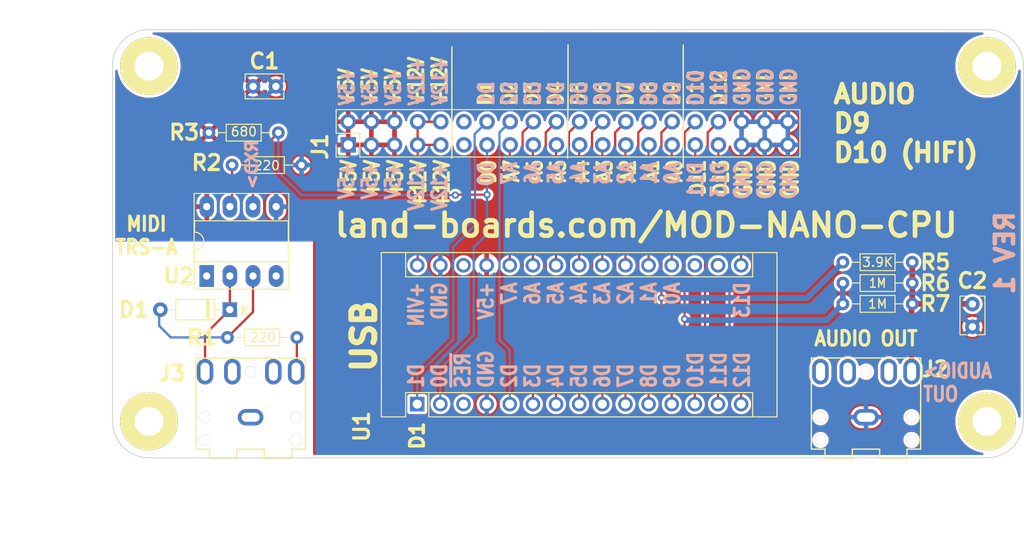
<source format=kicad_pcb>
(kicad_pcb (version 20211014) (generator pcbnew)
  (layers (0 "F.Cu" signal) (31 "B.Cu" signal) (34 "B.Paste" user) (35 "F.Paste" user) (36 "B.SilkS" user "B.Silkscreen") (37 "F.SilkS" user "F.Silkscreen") (38 "B.Mask" user) (39 "F.Mask" user) (44 "Edge.Cuts" user))
  (net 0 "")
  (net 1 "GND")
  (net 2 "/D2")
  (net 3 "/D3")
  (net 4 "/D4")
  (net 5 "/D5")
  (net 6 "/D6")
  (net 7 "/D7")
  (net 8 "/D8")
  (net 9 "/D9")
  (net 10 "/D10")
  (net 11 "/D11")
  (net 12 "/D12")
  (net 13 "/D13")
  (net 14 "Net-(C2-Pad1)")
  (net 16 "/A0")
  (net 17 "/A1")
  (net 18 "/A2")
  (net 19 "/A3")
  (net 20 "/A4")
  (net 21 "/A5")
  (net 22 "/A6")
  (net 23 "/A7")
  (net 27 "+5V")
  (net 30 "/D1")
  (net 31 "/D0")
  (net 32 "Net-(R1-Pad1)")
  (net 33 "+12V")
  (net 34 "Net-(R2-Pad1)")
  (net 39 "/MIDI_PIN4")
  (net 40 "/MIDI_PIN5")
  (footprint "LandBoards_MountHoles:MTG-4-40" (layer "F.Cu") (at 94 83)
    (fp_text reference "MTG1" hide)
    (fp_text value "MountingHole" hide)
    (pad "1" thru_hole circle locked (at 0 0) (size 6.35 6.35) (drill 3.175) (layers *.Cu *.Mask "F.SilkS"))
  )
  (footprint "Capacitor_THT:C_Rect_L4.0mm_W2.5mm_P2.50mm" (layer "F.Cu") (at 184.404 70.12399 -90)
    (fp_text reference "C2" (at -2.55999 0 -180) (layer "F.SilkS") (effects (font (size 1.651 1.651) (thickness 0.34925))))
    (fp_text value "4.7nF")
    (fp_line (start -0.87 -1.37) (end 3.37 -1.37) (layer "F.SilkS") (width 0.12))
    (fp_line (start -0.87 1.37) (end 3.37 1.37) (layer "F.SilkS") (width 0.12))
    (fp_line (start 3.37 0.665) (end 3.37 1.37) (layer "F.SilkS") (width 0.12))
    (fp_line (start -0.87 0.665) (end -0.87 1.37) (layer "F.SilkS") (width 0.12))
    (fp_line (start -0.87 -1.37) (end -0.87 -0.665) (layer "F.SilkS") (width 0.12))
    (fp_line (start 3.37 -1.37) (end 3.37 -0.665) (layer "F.SilkS") (width 0.12))
    (pad "1" thru_hole circle (at 0 0 270) (size 1.6 1.6) (drill 0.8) (layers *.Cu *.Mask) (net 14 "Net-(C2-Pad1)"))
    (pad "2" thru_hole circle (at 2.5 0 270) (size 1.6 1.6) (drill 0.8) (layers *.Cu *.Mask) (net 1 "GND"))
  )
  (footprint "Resistor_THT:R_Axial_DIN0204_L3.6mm_D1.6mm_P7.62mm_Horizontal" (layer "F.Cu") (at 177.8 67.818 180)
    (fp_text reference "R6" (at -2.54 0) (layer "F.SilkS") (effects (font (size 1.651 1.651) (thickness 0.34925))))
    (fp_text value "1M" (at 3.81 0) (layer "F.SilkS") (effects (font (size 1 0.889))))
    (fp_line (start 0.94 0) (end 1.89 0) (layer "F.SilkS") (width 0.12))
    (fp_line (start 1.89 -0.92) (end 1.89 0.92) (layer "F.SilkS") (width 0.12))
    (fp_line (start 5.73 0.92) (end 5.73 -0.92) (layer "F.SilkS") (width 0.12))
    (fp_line (start 5.73 -0.92) (end 1.89 -0.92) (layer "F.SilkS") (width 0.12))
    (fp_line (start 1.89 0.92) (end 5.73 0.92) (layer "F.SilkS") (width 0.12))
    (fp_line (start 6.68 0) (end 5.73 0) (layer "F.SilkS") (width 0.12))
    (pad "1" thru_hole circle (at 0 0 180) (size 1.4 1.4) (drill 0.7) (layers *.Cu *.Mask) (net 14 "Net-(C2-Pad1)"))
    (pad "2" thru_hole oval (at 7.62 0 180) (size 1.4 1.4) (drill 0.7) (layers *.Cu *.Mask) (net 10 "/D10"))
  )
  (footprint "Module:Arduino_Nano" (layer "F.Cu") (at 123.449994 81.109998 90)
    (fp_text reference "U1" (at -2.456002 -6.101994 90) (layer "F.SilkS") (effects (font (size 1.651 1.651) (thickness 0.34925))))
    (fp_text value "Arduino_Nano_v2.x")
    (fp_line (start 1.27 1.27) (end -1.4 1.27) (layer "F.SilkS") (width 0.12))
    (fp_line (start 1.27 1.27) (end 1.27 -1.27) (layer "F.SilkS") (width 0.12))
    (fp_line (start -1.4 1.27) (end -1.4 39.5) (layer "F.SilkS") (width 0.12))
    (fp_line (start 13.97 -1.27) (end 13.97 36.83) (layer "F.SilkS") (width 0.12))
    (fp_line (start 13.97 36.83) (end 16.64 36.83) (layer "F.SilkS") (width 0.12))
    (fp_line (start 1.27 36.83) (end -1.4 36.83) (layer "F.SilkS") (width 0.12))
    (fp_line (start 13.97 -1.27) (end 16.64 -1.27) (layer "F.SilkS") (width 0.12))
    (fp_line (start 16.64 39.5) (end 16.64 -3.94) (layer "F.SilkS") (width 0.12))
    (fp_line (start 1.27 1.27) (end 1.27 36.83) (layer "F.SilkS") (width 0.12))
    (fp_line (start -1.4 39.5) (end 16.64 39.5) (layer "F.SilkS") (width 0.12))
    (fp_line (start -1.4 -3.94) (end -1.4 -1.27) (layer "F.SilkS") (width 0.12))
    (fp_line (start 1.27 -1.27) (end -1.4 -1.27) (layer "F.SilkS") (width 0.12))
    (fp_line (start 16.64 -3.94) (end -1.4 -3.94) (layer "F.SilkS") (width 0.12))
    (pad "1" thru_hole rect (at 0 0 90) (size 1.6 1.6) (drill 1) (layers *.Cu *.Mask) (net 30 "/D1"))
    (pad "2" thru_hole oval (at 0 2.54 90) (size 1.6 1.6) (drill 1) (layers *.Cu *.Mask) (net 31 "/D0"))
    (pad "3" thru_hole oval (at 0 5.08 90) (size 1.6 1.6) (drill 1) (layers *.Cu *.Mask))
    (pad "4" thru_hole oval (at 0 7.62 90) (size 1.6 1.6) (drill 1) (layers *.Cu *.Mask) (net 1 "GND"))
    (pad "5" thru_hole oval (at 0 10.16 90) (size 1.6 1.6) (drill 1) (layers *.Cu *.Mask) (net 2 "/D2"))
    (pad "6" thru_hole oval (at 0 12.7 90) (size 1.6 1.6) (drill 1) (layers *.Cu *.Mask) (net 3 "/D3"))
    (pad "7" thru_hole oval (at 0 15.24 90) (size 1.6 1.6) (drill 1) (layers *.Cu *.Mask) (net 4 "/D4"))
    (pad "8" thru_hole oval (at 0 17.78 90) (size 1.6 1.6) (drill 1) (layers *.Cu *.Mask) (net 5 "/D5"))
    (pad "9" thru_hole oval (at 0 20.32 90) (size 1.6 1.6) (drill 1) (layers *.Cu *.Mask) (net 6 "/D6"))
    (pad "10" thru_hole oval (at 0 22.86 90) (size 1.6 1.6) (drill 1) (layers *.Cu *.Mask) (net 7 "/D7"))
    (pad "11" thru_hole oval (at 0 25.4 90) (size 1.6 1.6) (drill 1) (layers *.Cu *.Mask) (net 8 "/D8"))
    (pad "12" thru_hole oval (at 0 27.94 90) (size 1.6 1.6) (drill 1) (layers *.Cu *.Mask) (net 9 "/D9"))
    (pad "13" thru_hole oval (at 0 30.48 90) (size 1.6 1.6) (drill 1) (layers *.Cu *.Mask) (net 10 "/D10"))
    (pad "14" thru_hole oval (at 0 33.02 90) (size 1.6 1.6) (drill 1) (layers *.Cu *.Mask) (net 11 "/D11"))
    (pad "15" thru_hole oval (at 0 35.56 90) (size 1.6 1.6) (drill 1) (layers *.Cu *.Mask) (net 12 "/D12"))
    (pad "16" thru_hole oval (at 15.24 35.56 90) (size 1.6 1.6) (drill 1) (layers *.Cu *.Mask) (net 13 "/D13"))
    (pad "17" thru_hole oval (at 15.24 33.02 90) (size 1.6 1.6) (drill 1) (layers *.Cu *.Mask))
    (pad "18" thru_hole oval (at 15.24 30.48 90) (size 1.6 1.6) (drill 1) (layers *.Cu *.Mask))
    (pad "19" thru_hole oval (at 15.24 27.94 90) (size 1.6 1.6) (drill 1) (layers *.Cu *.Mask) (net 16 "/A0"))
    (pad "20" thru_hole oval (at 15.24 25.4 90) (size 1.6 1.6) (drill 1) (layers *.Cu *.Mask) (net 17 "/A1"))
    (pad "21" thru_hole oval (at 15.24 22.86 90) (size 1.6 1.6) (drill 1) (layers *.Cu *.Mask) (net 18 "/A2"))
    (pad "22" thru_hole oval (at 15.24 20.32 90) (size 1.6 1.6) (drill 1) (layers *.Cu *.Mask) (net 19 "/A3"))
    (pad "23" thru_hole oval (at 15.24 17.78 90) (size 1.6 1.6) (drill 1) (layers *.Cu *.Mask) (net 20 "/A4"))
    (pad "24" thru_hole oval (at 15.24 15.24 90) (size 1.6 1.6) (drill 1) (layers *.Cu *.Mask) (net 21 "/A5"))
    (pad "25" thru_hole oval (at 15.24 12.7 90) (size 1.6 1.6) (drill 1) (layers *.Cu *.Mask) (net 22 "/A6"))
    (pad "26" thru_hole oval (at 15.24 10.16 90) (size 1.6 1.6) (drill 1) (layers *.Cu *.Mask) (net 23 "/A7"))
    (pad "27" thru_hole oval (at 15.24 7.62 90) (size 1.6 1.6) (drill 1) (layers *.Cu *.Mask) (net 27 "+5V"))
    (pad "28" thru_hole oval (at 15.24 5.08 90) (size 1.6 1.6) (drill 1) (layers *.Cu *.Mask))
    (pad "29" thru_hole oval (at 15.24 2.54 90) (size 1.6 1.6) (drill 1) (layers *.Cu *.Mask) (net 1 "GND"))
    (pad "30" thru_hole oval (at 15.24 0 90) (size 1.6 1.6) (drill 1) (layers *.Cu *.Mask) (net 33 "+12V"))
  )
  (footprint "Resistor_THT:R_Axial_DIN0204_L3.6mm_D1.6mm_P7.62mm_Horizontal" (layer "F.Cu") (at 102.616 73.787)
    (fp_text reference "R1" (at -2.794 0 180) (layer "F.SilkS") (effects (font (size 1.651 1.651) (thickness 0.34925))))
    (fp_text value "220" (at 3.8862 0) (layer "F.SilkS"))
    (fp_line (start 6.68 0) (end 5.73 0) (layer "F.SilkS") (width 0.12))
    (fp_line (start 5.73 0.92) (end 5.73 -0.92) (layer "F.SilkS") (width 0.12))
    (fp_line (start 1.89 -0.92) (end 1.89 0.92) (layer "F.SilkS") (width 0.12))
    (fp_line (start 5.73 -0.92) (end 1.89 -0.92) (layer "F.SilkS") (width 0.12))
    (fp_line (start 0.94 0) (end 1.89 0) (layer "F.SilkS") (width 0.12))
    (fp_line (start 1.89 0.92) (end 5.73 0.92) (layer "F.SilkS") (width 0.12))
    (pad "1" thru_hole circle (at 0 0) (size 1.4 1.4) (drill 0.7) (layers *.Cu *.Mask) (net 32 "Net-(R1-Pad1)"))
    (pad "2" thru_hole oval (at 7.62 0) (size 1.4 1.4) (drill 0.7) (layers *.Cu *.Mask) (net 40 "/MIDI_PIN5"))
  )
  (footprint "LandBoards_MountHoles:MTG-4-40" (layer "F.Cu") (at 94 44)
    (fp_text reference "MTG3" hide)
    (fp_text value "MountingHole" hide)
    (pad "1" thru_hole circle locked (at 0 0) (size 6.35 6.35) (drill 3.175) (layers *.Cu *.Mask "F.SilkS"))
  )
  (footprint "Diode_THT:D_DO-35_SOD27_P7.62mm_Horizontal" (layer "F.Cu") (at 102.87 70.739 180)
    (fp_text reference "D1" (at 10.541 0) (layer "F.SilkS") (effects (font (size 1.651 1.651) (thickness 0.34925))))
    (fp_text value "1N914")
    (fp_text user "K" (at -1.651 -0.127) (layer "F.SilkS"))
    (fp_line (start 5.93 1.12) (end 5.93 -1.12) (layer "F.SilkS") (width 0.12))
    (fp_line (start 1.04 0) (end 1.69 0) (layer "F.SilkS") (width 0.12))
    (fp_line (start 1.69 -1.12) (end 1.69 1.12) (layer "F.SilkS") (width 0.12))
    (fp_line (start 5.93 -1.12) (end 1.69 -1.12) (layer "F.SilkS") (width 0.12))
    (fp_line (start 2.53 -1.12) (end 2.53 1.12) (layer "F.SilkS") (width 0.12))
    (fp_line (start 6.58 0) (end 5.93 0) (layer "F.SilkS") (width 0.12))
    (fp_line (start 2.29 -1.12) (end 2.29 1.12) (layer "F.SilkS") (width 0.12))
    (fp_line (start 2.41 -1.12) (end 2.41 1.12) (layer "F.SilkS") (width 0.12))
    (fp_line (start 1.69 1.12) (end 5.93 1.12) (layer "F.SilkS") (width 0.12))
    (pad "1" thru_hole rect (at 0 0 180) (size 1.6 1.6) (drill 0.8) (layers *.Cu *.Mask) (net 39 "/MIDI_PIN4"))
    (pad "2" thru_hole oval (at 7.62 0 180) (size 1.6 1.6) (drill 0.8) (layers *.Cu *.Mask) (net 32 "Net-(R1-Pad1)"))
  )
  (footprint "Connector_PinHeader_2.54mm:PinHeader_2x20_P2.54mm_Vertical" (layer "F.Cu") (at 115.875 52.65 90)
    (fp_text reference "J1" (at -0.182 -3.099 90) (layer "F.SilkS") (effects (font (size 1.651 1.651) (thickness 0.34925))))
    (fp_text value "Conn_02x20_Odd_Even")
    (fp_line (start -1.33 -1.33) (end 0 -1.33) (layer "F.SilkS") (width 0.12))
    (fp_line (start -1.33 49.59) (end 3.87 49.59) (layer "F.SilkS") (width 0.12))
    (fp_line (start -1.33 0) (end -1.33 -1.33) (layer "F.SilkS") (width 0.12))
    (fp_line (start 1.27 -1.33) (end 3.87 -1.33) (layer "F.SilkS") (width 0.12))
    (fp_line (start -1.33 1.27) (end 1.27 1.27) (layer "F.SilkS") (width 0.12))
    (fp_line (start 1.27 1.27) (end 1.27 -1.33) (layer "F.SilkS") (width 0.12))
    (fp_line (start -1.33 1.27) (end -1.33 49.59) (layer "F.SilkS") (width 0.12))
    (fp_line (start 3.87 -1.33) (end 3.87 49.59) (layer "F.SilkS") (width 0.12))
    (pad "1" thru_hole rect (at 0 0 90) (size 1.7 1.7) (drill 1) (layers *.Cu *.Mask) (net 27 "+5V"))
    (pad "2" thru_hole oval (at 2.54 0 90) (size 1.7 1.7) (drill 1) (layers *.Cu *.Mask) (net 27 "+5V"))
    (pad "3" thru_hole oval (at 0 2.54 90) (size 1.7 1.7) (drill 1) (layers *.Cu *.Mask) (net 27 "+5V"))
    (pad "4" thru_hole oval (at 2.54 2.54 90) (size 1.7 1.7) (drill 1) (layers *.Cu *.Mask) (net 27 "+5V"))
    (pad "5" thru_hole oval (at 0 5.08 90) (size 1.7 1.7) (drill 1) (layers *.Cu *.Mask) (net 27 "+5V"))
    (pad "6" thru_hole oval (at 2.54 5.08 90) (size 1.7 1.7) (drill 1) (layers *.Cu *.Mask) (net 27 "+5V"))
    (pad "7" thru_hole oval (at 0 7.62 90) (size 1.7 1.7) (drill 1) (layers *.Cu *.Mask) (net 33 "+12V"))
    (pad "8" thru_hole oval (at 2.54 7.62 90) (size 1.7 1.7) (drill 1) (layers *.Cu *.Mask) (net 33 "+12V"))
    (pad "9" thru_hole oval (at 0 10.16 90) (size 1.7 1.7) (drill 1) (layers *.Cu *.Mask) (net 33 "+12V"))
    (pad "10" thru_hole oval (at 2.54 10.16 90) (size 1.7 1.7) (drill 1) (layers *.Cu *.Mask) (net 33 "+12V"))
    (pad "11" thru_hole oval (at 0 12.7 90) (size 1.7 1.7) (drill 1) (layers *.Cu *.Mask))
    (pad "12" thru_hole oval (at 2.54 12.7 90) (size 1.7 1.7) (drill 1) (layers *.Cu *.Mask))
    (pad "13" thru_hole oval (at 0 15.24 90) (size 1.7 1.7) (drill 1) (layers *.Cu *.Mask) (net 31 "/D0"))
    (pad "14" thru_hole oval (at 2.54 15.24 90) (size 1.7 1.7) (drill 1) (layers *.Cu *.Mask) (net 30 "/D1"))
    (pad "15" thru_hole oval (at 0 17.78 90) (size 1.7 1.7) (drill 1) (layers *.Cu *.Mask) (net 23 "/A7"))
    (pad "16" thru_hole oval (at 2.54 17.78 90) (size 1.7 1.7) (drill 1) (layers *.Cu *.Mask) (net 2 "/D2"))
    (pad "17" thru_hole oval (at 0 20.32 90) (size 1.7 1.7) (drill 1) (layers *.Cu *.Mask) (net 22 "/A6"))
    (pad "18" thru_hole oval (at 2.54 20.32 90) (size 1.7 1.7) (drill 1) (layers *.Cu *.Mask) (net 3 "/D3"))
    (pad "19" thru_hole oval (at 0 22.86 90) (size 1.7 1.7) (drill 1) (layers *.Cu *.Mask) (net 21 "/A5"))
    (pad "20" thru_hole oval (at 2.54 22.86 90) (size 1.7 1.7) (drill 1) (layers *.Cu *.Mask) (net 4 "/D4"))
    (pad "21" thru_hole oval (at 0 25.4 90) (size 1.7 1.7) (drill 1) (layers *.Cu *.Mask) (net 20 "/A4"))
    (pad "22" thru_hole oval (at 2.54 25.4 90) (size 1.7 1.7) (drill 1) (layers *.Cu *.Mask) (net 5 "/D5"))
    (pad "23" thru_hole oval (at 0 27.94 90) (size 1.7 1.7) (drill 1) (layers *.Cu *.Mask) (net 19 "/A3"))
    (pad "24" thru_hole oval (at 2.54 27.94 90) (size 1.7 1.7) (drill 1) (layers *.Cu *.Mask) (net 6 "/D6"))
    (pad "25" thru_hole oval (at 0 30.48 90) (size 1.7 1.7) (drill 1) (layers *.Cu *.Mask) (net 18 "/A2"))
    (pad "26" thru_hole oval (at 2.54 30.48 90) (size 1.7 1.7) (drill 1) (layers *.Cu *.Mask) (net 7 "/D7"))
    (pad "27" thru_hole oval (at 0 33.02 90) (size 1.7 1.7) (drill 1) (layers *.Cu *.Mask) (net 17 "/A1"))
    (pad "28" thru_hole oval (at 2.54 33.02 90) (size 1.7 1.7) (drill 1) (layers *.Cu *.Mask) (net 8 "/D8"))
    (pad "29" thru_hole oval (at 0 35.56 90) (size 1.7 1.7) (drill 1) (layers *.Cu *.Mask) (net 16 "/A0"))
    (pad "30" thru_hole oval (at 2.54 35.56 90) (size 1.7 1.7) (drill 1) (layers *.Cu *.Mask) (net 9 "/D9"))
    (pad "31" thru_hole oval (at 0 38.1 90) (size 1.7 1.7) (drill 1) (layers *.Cu *.Mask) (net 11 "/D11"))
    (pad "32" thru_hole oval (at 2.54 38.1 90) (size 1.7 1.7) (drill 1) (layers *.Cu *.Mask) (net 10 "/D10"))
    (pad "33" thru_hole oval (at 0 40.64 90) (size 1.7 1.7) (drill 1) (layers *.Cu *.Mask) (net 13 "/D13"))
    (pad "34" thru_hole oval (at 2.54 40.64 90) (size 1.7 1.7) (drill 1) (layers *.Cu *.Mask) (net 12 "/D12"))
    (pad "35" thru_hole oval (at 0 43.18 90) (size 1.7 1.7) (drill 1) (layers *.Cu *.Mask) (net 1 "GND"))
    (pad "36" thru_hole oval (at 2.54 43.18 90) (size 1.7 1.7) (drill 1) (layers *.Cu *.Mask) (net 1 "GND"))
    (pad "37" thru_hole oval (at 0 45.72 90) (size 1.7 1.7) (drill 1) (layers *.Cu *.Mask) (net 1 "GND"))
    (pad "38" thru_hole oval (at 2.54 45.72 90) (size 1.7 1.7) (drill 1) (layers *.Cu *.Mask) (net 1 "GND"))
    (pad "39" thru_hole oval (at 0 48.26 90) (size 1.7 1.7) (drill 1) (layers *.Cu *.Mask) (net 1 "GND"))
    (pad "40" thru_hole oval (at 2.54 48.26 90) (size 1.7 1.7) (drill 1) (layers *.Cu *.Mask) (net 1 "GND"))
  )
  (footprint "LandBoards_Conns:Jack_3.5mm_CUI_SJ1-3523N_Horizontal" (layer "F.Cu") (at 172.72 82.55 180)
    (fp_text reference "J2" (at -7.62 5.282) (layer "F.SilkS") (effects (font (size 1.651 1.651) (thickness 0.34925))))
    (fp_text value "AudioJack3" hide)
    (fp_line (start -6 6.5) (end 6 6.5) (layer "F.SilkS") (width 0.15))
    (fp_line (start -6 6.5) (end -6 -3.5) (layer "F.SilkS") (width 0.15))
    (fp_line (start 1.5 -4.5) (end 1.5 -3.5) (layer "F.SilkS") (width 0.15))
    (fp_line (start -4.5 -3.5) (end -4.5 -4.5) (layer "F.SilkS") (width 0.15))
    (fp_line (start 6 6.5) (end 6 -3.5) (layer "F.SilkS") (width 0.15))
    (fp_line (start -1.5 -3.5) (end 1.5 -3.5) (layer "F.SilkS") (width 0.15))
    (fp_line (start -4.5 -3.5) (end -6 -3.5) (layer "F.SilkS") (width 0.15))
    (fp_line (start 4.5 -3.5) (end 6 -3.5) (layer "F.SilkS") (width 0.15))
    (fp_line (start -4.5 -4.5) (end -1.5 -4.5) (layer "F.SilkS") (width 0.15))
    (fp_line (start 4.5 -4.5) (end 1.5 -4.5) (layer "F.SilkS") (width 0.15))
    (fp_line (start -1.5 -4.5) (end -1.5 -3.5) (layer "F.SilkS") (width 0.15))
    (fp_line (start 4.5 -3.5) (end 4.5 -4.5) (layer "F.SilkS") (width 0.15))
    (pad "90" thru_hole circle (at -5 0 180) (size 1.2 1.2) (drill 1.2) (layers *.Cu *.Mask))
    (pad "90" thru_hole circle (at -5 -2.5 180) (size 1.2 1.2) (drill 1.2) (layers *.Cu *.Mask))
    (pad "90" thru_hole circle (at 5 0 180) (size 1.2 1.2) (drill 1.2) (layers *.Cu *.Mask))
    (pad "90" thru_hole circle (at 0 5 180) (size 1.2 1.2) (drill 1.2) (layers *.Cu *.Mask))
    (pad "90" thru_hole circle (at 5 -2.5 180) (size 1.2 1.2) (drill 1.2) (layers *.Cu *.Mask))
    (pad "R" thru_hole oval (at 5 5 270) (size 2.8 1.8) (drill oval 2 1) (layers *.Cu *.Mask))
    (pad "RN" thru_hole oval (at 2 5 270) (size 2.8 1.8) (drill oval 2 1) (layers *.Cu *.Mask))
    (pad "S" thru_hole oval (at 0 0 180) (size 2.8 1.8) (drill oval 2 1) (layers *.Cu *.Mask) (net 1 "GND"))
    (pad "T" thru_hole oval (at -5 5 270) (size 2.8 1.8) (drill oval 2 1) (layers *.Cu *.Mask) (net 14 "Net-(C2-Pad1)"))
    (pad "TN" thru_hole oval (at -2.5 5 270) (size 2.8 1.8) (drill oval 2 1) (layers *.Cu *.Mask))
  )
  (footprint "LandBoards_Conns:Jack_3.5mm_CUI_SJ1-3523N_Horizontal" (layer "F.Cu") (at 105.156 82.55 180)
    (fp_text reference "J3" (at 8.636 4.826) (layer "F.SilkS") (effects (font (size 1.651 1.651) (thickness 0.34925))))
    (fp_text value "AudioJack3" hide)
    (fp_line (start 4.5 -3.5) (end 4.5 -4.5) (layer "F.SilkS") (width 0.15))
    (fp_line (start -4.5 -3.5) (end -4.5 -4.5) (layer "F.SilkS") (width 0.15))
    (fp_line (start -1.5 -3.5) (end 1.5 -3.5) (layer "F.SilkS") (width 0.15))
    (fp_line (start 4.5 -4.5) (end 1.5 -4.5) (layer "F.SilkS") (width 0.15))
    (fp_line (start 1.5 -4.5) (end 1.5 -3.5) (layer "F.SilkS") (width 0.15))
    (fp_line (start -6 6.5) (end -6 -3.5) (layer "F.SilkS") (width 0.15))
    (fp_line (start 4.5 -3.5) (end 6 -3.5) (layer "F.SilkS") (width 0.15))
    (fp_line (start -4.5 -3.5) (end -6 -3.5) (layer "F.SilkS") (width 0.15))
    (fp_line (start -4.5 -4.5) (end -1.5 -4.5) (layer "F.SilkS") (width 0.15))
    (fp_line (start -6 6.5) (end 6 6.5) (layer "F.SilkS") (width 0.15))
    (fp_line (start 6 6.5) (end 6 -3.5) (layer "F.SilkS") (width 0.15))
    (fp_line (start -1.5 -4.5) (end -1.5 -3.5) (layer "F.SilkS") (width 0.15))
    (pad "90" thru_hole circle (at 5 -2.5 180) (size 1.2 1.2) (drill 1.2) (layers *.Cu *.Mask))
    (pad "90" thru_hole circle (at 5 0 180) (size 1.2 1.2) (drill 1.2) (layers *.Cu *.Mask))
    (pad "90" thru_hole circle (at -5 -2.5 180) (size 1.2 1.2) (drill 1.2) (layers *.Cu *.Mask))
    (pad "90" thru_hole circle (at 0 5 180) (size 1.2 1.2) (drill 1.2) (layers *.Cu *.Mask))
    (pad "90" thru_hole circle (at -5 0 180) (size 1.2 1.2) (drill 1.2) (layers *.Cu *.Mask))
    (pad "R" thru_hole oval (at 5 5 270) (size 2.8 1.8) (drill oval 2 1) (layers *.Cu *.Mask) (net 39 "/MIDI_PIN4"))
    (pad "RN" thru_hole oval (at 2 5 270) (size 2.8 1.8) (drill oval 2 1) (layers *.Cu *.Mask))
    (pad "S" thru_hole oval (at 0 0 180) (size 2.8 1.8) (drill oval 2 1) (layers *.Cu *.Mask))
    (pad "T" thru_hole oval (at -5 5 270) (size 2.8 1.8) (drill oval 2 1) (layers *.Cu *.Mask) (net 40 "/MIDI_PIN5"))
    (pad "TN" thru_hole oval (at -2.5 5 270) (size 2.8 1.8) (drill oval 2 1) (layers *.Cu *.Mask))
  )
  (footprint "Resistor_THT:R_Axial_DIN0204_L3.6mm_D1.6mm_P7.62mm_Horizontal" (layer "F.Cu") (at 100.584 51.308)
    (fp_text reference "R3" (at -2.7178 -0.0254) (layer "F.SilkS") (effects (font (size 1.651 1.651) (thickness 0.34925))))
    (fp_text value "680" (at 3.8354 -0.1016) (layer "F.SilkS"))
    (fp_line (start 5.73 0.92) (end 5.73 -0.92) (layer "F.SilkS") (width 0.12))
    (fp_line (start 1.89 -0.92) (end 1.89 0.92) (layer "F.SilkS") (width 0.12))
    (fp_line (start 6.68 0) (end 5.73 0) (layer "F.SilkS") (width 0.12))
    (fp_line (start 0.94 0) (end 1.89 0) (layer "F.SilkS") (width 0.12))
    (fp_line (start 5.73 -0.92) (end 1.89 -0.92) (layer "F.SilkS") (width 0.12))
    (fp_line (start 1.89 0.92) (end 5.73 0.92) (layer "F.SilkS") (width 0.12))
    (pad "1" thru_hole circle (at 0 0) (size 1.4 1.4) (drill 0.7) (layers *.Cu *.Mask) (net 27 "+5V"))
    (pad "2" thru_hole oval (at 7.62 0) (size 1.4 1.4) (drill 0.7) (layers *.Cu *.Mask) (net 31 "/D0"))
  )
  (footprint "Resistor_THT:R_Axial_DIN0204_L3.6mm_D1.6mm_P7.62mm_Horizontal" (layer "F.Cu") (at 103.124 54.864)
    (fp_text reference "R2" (at -2.794 -0.254) (layer "F.SilkS") (effects (font (size 1.651 1.651) (thickness 0.34925))))
    (fp_text value "220" (at 3.81 0.0508) (layer "F.SilkS"))
    (fp_line (start 1.89 -0.92) (end 1.89 0.92) (layer "F.SilkS") (width 0.12))
    (fp_line (start 5.73 0.92) (end 5.73 -0.92) (layer "F.SilkS") (width 0.12))
    (fp_line (start 6.68 0) (end 5.73 0) (layer "F.SilkS") (width 0.12))
    (fp_line (start 1.89 0.92) (end 5.73 0.92) (layer "F.SilkS") (width 0.12))
    (fp_line (start 5.73 -0.92) (end 1.89 -0.92) (layer "F.SilkS") (width 0.12))
    (fp_line (start 0.94 0) (end 1.89 0) (layer "F.SilkS") (width 0.12))
    (pad "1" thru_hole circle (at 0 0) (size 1.4 1.4) (drill 0.7) (layers *.Cu *.Mask) (net 34 "Net-(R2-Pad1)"))
    (pad "2" thru_hole oval (at 7.62 0) (size 1.4 1.4) (drill 0.7) (layers *.Cu *.Mask) (net 1 "GND"))
  )
  (footprint "Resistor_THT:R_Axial_DIN0204_L3.6mm_D1.6mm_P7.62mm_Horizontal" (layer "F.Cu") (at 177.8 70.104 180)
    (fp_text reference "R7" (at -2.54 0) (layer "F.SilkS") (effects (font (size 1.651 1.651) (thickness 0.34925))))
    (fp_text value "1M" (at 3.81 0) (layer "F.SilkS"))
    (fp_line (start 6.68 0) (end 5.73 0) (layer "F.SilkS") (width 0.12))
    (fp_line (start 5.73 0.92) (end 5.73 -0.92) (layer "F.SilkS") (width 0.12))
    (fp_line (start 0.94 0) (end 1.89 0) (layer "F.SilkS") (width 0.12))
    (fp_line (start 1.89 0.92) (end 5.73 0.92) (layer "F.SilkS") (width 0.12))
    (fp_line (start 1.89 -0.92) (end 1.89 0.92) (layer "F.SilkS") (width 0.12))
    (fp_line (start 5.73 -0.92) (end 1.89 -0.92) (layer "F.SilkS") (width 0.12))
    (pad "1" thru_hole circle (at 0 0 180) (size 1.4 1.4) (drill 0.7) (layers *.Cu *.Mask) (net 14 "Net-(C2-Pad1)"))
    (pad "2" thru_hole oval (at 7.62 0 180) (size 1.4 1.4) (drill 0.7) (layers *.Cu *.Mask) (net 10 "/D10"))
  )
  (footprint "Capacitor_THT:C_Rect_L4.0mm_W2.5mm_P2.50mm" (layer "F.Cu") (at 105.43 46.228)
    (fp_text reference "C1" (at 1.2446 -2.7686) (layer "F.SilkS") (effects (font (size 1.651 1.651) (thickness 0.34925))))
    (fp_text value "0.1uF")
    (fp_line (start 3.37 0.665) (end 3.37 1.37) (layer "F.SilkS") (width 0.12))
    (fp_line (start -0.87 0.665) (end -0.87 1.37) (layer "F.SilkS") (width 0.12))
    (fp_line (start -0.87 -1.37) (end -0.87 -0.665) (layer "F.SilkS") (width 0.12))
    (fp_line (start 3.37 -1.37) (end 3.37 -0.665) (layer "F.SilkS") (width 0.12))
    (fp_line (start -0.87 1.37) (end 3.37 1.37) (layer "F.SilkS") (width 0.12))
    (fp_line (start -0.87 -1.37) (end 3.37 -1.37) (layer "F.SilkS") (width 0.12))
    (pad "1" thru_hole circle (at 0 0) (size 1.6 1.6) (drill 0.8) (layers *.Cu *.Mask) (net 27 "+5V"))
    (pad "2" thru_hole circle (at 2.5 0) (size 1.6 1.6) (drill 0.8) (layers *.Cu *.Mask) (net 1 "GND"))
  )
  (footprint "Package_DIP:DIP-8_W7.62mm_Socket_LongPads" (layer "F.Cu") (at 100.34 67.046 90)
    (fp_text reference "U2" (at -0.01 -3.058) (layer "F.SilkS") (effects (font (size 1.651 1.651) (thickness 0.34925))))
    (fp_text value "6N138")
    (fp_line (start -1.44 9.01) (end 9.06 9.01) (layer "F.SilkS") (width 0.12))
    (fp_line (start -1.44 -1.39) (end -1.44 9.01) (layer "F.SilkS") (width 0.12))
    (fp_line (start 6.06 -1.33) (end 4.81 -1.33) (layer "F.SilkS") (width 0.12))
    (fp_line (start 2.81 -1.33) (end 1.56 -1.33) (layer "F.SilkS") (width 0.12))
    (fp_line (start 6.06 8.95) (end 6.06 -1.33) (layer "F.SilkS") (width 0.12))
    (fp_line (start 9.06 9.01) (end 9.06 -1.39) (layer "F.SilkS") (width 0.12))
    (fp_line (start 1.56 8.95) (end 6.06 8.95) (layer "F.SilkS") (width 0.12))
    (fp_line (start 9.06 -1.39) (end -1.44 -1.39) (layer "F.SilkS") (width 0.12))
    (fp_line (start 1.56 -1.33) (end 1.56 8.95) (layer "F.SilkS") (width 0.12))
    (fp_arc (start 4.81 -1.33) (mid 3.81 -0.33) (end 2.81 -1.33) (layer "F.SilkS") (width 0.12))
    (pad "1" thru_hole rect (at 0 0 90) (size 2.4 1.6) (drill 0.8) (layers *.Cu *.Mask))
    (pad "2" thru_hole oval (at 0 2.54 90) (size 2.4 1.6) (drill 0.8) (layers *.Cu *.Mask) (net 39 "/MIDI_PIN4"))
    (pad "3" thru_hole oval (at 0 5.08 90) (size 2.4 1.6) (drill 0.8) (layers *.Cu *.Mask) (net 32 "Net-(R1-Pad1)"))
    (pad "4" thru_hole oval (at 0 7.62 90) (size 2.4 1.6) (drill 0.8) (layers *.Cu *.Mask))
    (pad "5" thru_hole oval (at 7.62 7.62 90) (size 2.4 1.6) (drill 0.8) (layers *.Cu *.Mask) (net 1 "GND"))
    (pad "6" thru_hole oval (at 7.62 5.08 90) (size 2.4 1.6) (drill 0.8) (layers *.Cu *.Mask) (net 31 "/D0"))
    (pad "7" thru_hole oval (at 7.62 2.54 90) (size 2.4 1.6) (drill 0.8) (layers *.Cu *.Mask) (net 34 "Net-(R2-Pad1)"))
    (pad "8" thru_hole oval (at 7.62 0 90) (size 2.4 1.6) (drill 0.8) (layers *.Cu *.Mask) (net 27 "+5V"))
  )
  (footprint "LandBoards_MountHoles:MTG-4-40" (layer "F.Cu") (at 186 83)
    (fp_text reference "MTG2" hide)
    (fp_text value "MountingHole" hide)
    (pad "1" thru_hole circle locked (at 0 0) (size 6.35 6.35) (drill 3.175) (layers *.Cu *.Mask "F.SilkS"))
  )
  (footprint "LandBoards_MountHoles:MTG-4-40" (layer "F.Cu") (at 186 44)
    (fp_text reference "MTG4" hide)
    (fp_text value "MountingHole" hide)
    (pad "1" thru_hole circle locked (at 0 0) (size 6.35 6.35) (drill 3.175) (layers *.Cu *.Mask "F.SilkS"))
  )
  (footprint "Resistor_THT:R_Axial_DIN0204_L3.6mm_D1.6mm_P7.62mm_Horizontal" (layer "F.Cu") (at 177.8 65.532 180)
    (fp_text reference "R5" (at -2.54 0) (layer "F.SilkS") (effects (font (size 1.651 1.651) (thickness 0.34925))))
    (fp_text value "3.9K" (at 3.81 0) (layer "F.SilkS"))
    (fp_line (start 6.68 0) (end 5.73 0) (layer "F.SilkS") (width 0.12))
    (fp_line (start 0.94 0) (end 1.89 0) (layer "F.SilkS") (width 0.12))
    (fp_line (start 5.73 -0.92) (end 1.89 -0.92) (layer "F.SilkS") (width 0.12))
    (fp_line (start 1.89 -0.92) (end 1.89 0.92) (layer "F.SilkS") (width 0.12))
    (fp_line (start 5.73 0.92) (end 5.73 -0.92) (layer "F.SilkS") (width 0.12))
    (fp_line (start 1.89 0.92) (end 5.73 0.92) (layer "F.SilkS") (width 0.12))
    (pad "1" thru_hole circle (at 0 0 180) (size 1.4 1.4) (drill 0.7) (layers *.Cu *.Mask) (net 14 "Net-(C2-Pad1)"))
    (pad "2" thru_hole oval (at 7.62 0 180) (size 1.4 1.4) (drill 0.7) (layers *.Cu *.Mask) (net 9 "/D9"))
  )
  (gr_line (start 127.254 46.99) (end 127.254 41.8846) (layer "F.SilkS") (width 0.15))
  (gr_line (start 127.254 54.102) (end 127.254 46.99) (layer "F.SilkS") (width 0.15))
  (gr_line (start 139.954 54.102) (end 140.005 47.244) (layer "F.SilkS") (width 0.15))
  (gr_line (start 152.654 48.7934) (end 152.654 41.6814) (layer "F.SilkS") (width 0.15))
  (gr_line (start 140.005 48.78) (end 140.0048 41.6814) (layer "F.SilkS") (width 0.15))
  (gr_line (start 152.654 55.118) (end 152.654 47.244) (layer "F.SilkS") (width 0.15))
  (gr_line (start 90 83) (end 90 44) (layer "Edge.Cuts") (width 0.1))
  (gr_line (start 94 40) (end 186 40) (layer "Edge.Cuts") (width 0.1))
  (gr_line (start 190 44) (end 190 83) (layer "Edge.Cuts") (width 0.1))
  (gr_arc (start 190 83) (mid 188.828427 85.828427) (end 186 87) (layer "Edge.Cuts") (width 0.1))
  (gr_line (start 186 87) (end 94 87) (layer "Edge.Cuts") (width 0.1))
  (gr_arc (start 94 87) (mid 91.171573 85.828427) (end 90 83) (layer "Edge.Cuts") (width 0.1))
  (gr_arc (start 186 40) (mid 188.828427 41.171573) (end 190 44) (layer "Edge.Cuts") (width 0.1))
  (gr_arc (start 90 44) (mid 91.171573 41.171573) (end 94 40) (layer "Edge.Cuts") (width 0.1))
  (gr_text "+VIN\nGND\n\n+5V\nA7\nA6\nA5\nA4\nA3\nA2\nA1\nA0\n\n\nD13" (at 141.224 67.564 90) (layer "B.SilkS") (effects (font (size 1.5875 1.3208) (thickness 0.3302)) (justify left mirror)))
  (gr_text "+5V\n+5V\n+5V\n+12V\n+12V\n\nD0\nA7\nA6\nA5\nA4\nA3\nA2\nA1\nA0\nD11\nD13\nGND\nGND\nGND" (at 139.954 54.356 90) (layer "B.SilkS") (effects (font (size 1.5875 1.3208) (thickness 0.3302)) (justify left mirror)))
  (gr_text "RXD>" (at 105.283 51.943 90) (layer "B.SilkS") (effects (font (size 1.27 1.27) (thickness 0.3175)) (justify left mirror)))
  (gr_text "REV 1" (at 187.96 64.516 90) (layer "B.SilkS") (effects (font (size 2 2) (thickness 0.5)) (justify mirror)))
  (gr_text "D1\nD0\n~{RES}\nGND\nD2\nD3\nD4\nD5\nD6\nD7\nD8\nD9\nD10\nD11\nD12" (at 141.224 79.502 90) (layer "B.SilkS") (effects (font (size 1.5875 1.3208) (thickness 0.3302)) (justify right mirror)))
  (gr_text "+5V\n+5V\n+5V\n+12V\n+12V\n\nD1\nD2\nD3\nD4\nD5\nD6\nD7\nD8\nD9\nD10\nD12\nGND\nGND\nGND" (at 140.005 48.514 90) (layer "B.SilkS") (effects (font (size 1.5875 1.3208) (thickness 0.3302)) (justify right mirror)))
  (gr_text "AUDIO>\nOUT" (at 178.816 78.74) (layer "B.SilkS") (effects (font (size 1.5875 1.3208) (thickness 0.3302)) (justify right mirror)))
  (gr_text "AUDIO OUT" (at 172.72 73.914) (layer "F.SilkS") (effects (font (size 1.5875 1.397) (thickness 0.3429))))
  (gr_text "+5V\n+5V\n+5V\n+12V\n+12V\n\nD1\nD2\nD3\nD4\nD5\nD6\nD7\nD8\nD9\nD10\nD12\nGND\nGND\nGND" (at 139.954 48.514 90) (layer "F.SilkS") (effects (font (size 1.5875 1.3208) (thickness 0.3302)) (justify left)))
  (gr_text "AUDIO\nD9\nD10 (HIFI)" (at 168.91 50.292) (layer "F.SilkS") (effects (font (size 2 2) (thickness 0.5)) (justify left)))
  (gr_text "D1" (at 123.444 84.582 90) (layer "F.SilkS") (effects (font (size 1.5 1.5) (thickness 0.375))))
  (gr_text "USB" (at 117.602 73.66 90) (layer "F.SilkS") (effects (font (size 2.54 2.54) (thickness 0.635))))
  (gr_text "MIDI\nTRS-A" (at 93.726 62.611) (layer "F.SilkS") (effects (font (size 1.5875 1.397) (thickness 0.3429))))
  (gr_text "+5V\n+5V\n+5V\n+12V\n+12V\n\nD0\nA7\nA6\nA5\nA4\nA3\nA2\nA1\nA0\nD11\nD13\nGND\nGND\nGND" (at 140.208 54.102 90) (layer "F.SilkS") (effects (font (size 1.5875 1.3208) (thickness 0.3302)) (justify right)))
  (gr_text "land-boards.com/MOD-NANO-CPU" (at 148.59 61.468) (layer "F.SilkS") (effects (font (size 2.54 2.54) (thickness 0.508))))
  (segment (start 132.480489 74.060489) (end 132.480489 51.284511) (width 0.25) (layer "B.Cu") (net 2))
  (segment (start 133.61 81.11) (end 133.61 75.19) (width 0.25) (layer "B.Cu") (net 2))
  (segment (start 133.61 75.19) (end 132.480489 74.060489) (width 0.25) (layer "B.Cu") (net 2))
  (segment (start 132.480489 51.284511) (end 133.655 50.11) (width 0.25) (layer "B.Cu") (net 2))
  (segment (start 136.15 81.11) (end 136.15 75.141022) (width 0.25) (layer "F.Cu") (net 3))
  (segment (start 135.020489 51.284511) (end 136.195 50.11) (width 0.25) (layer "F.Cu") (net 3))
  (segment (start 136.15 75.141022) (end 135.025489 74.016511) (width 0.25) (layer "F.Cu") (net 3))
  (segment (start 135.020489 54.486481) (end 135.020489 51.284511) (width 0.25) (layer "F.Cu") (net 3))
  (segment (start 135.025489 54.491481) (end 135.020489 54.486481) (width 0.25) (layer "F.Cu") (net 3))
  (segment (start 135.025489 74.016511) (end 135.025489 54.491481) (width 0.25) (layer "F.Cu") (net 3))
  (segment (start 138.69 75.141022) (end 137.565489 74.016511) (width 0.25) (layer "F.Cu") (net 4))
  (segment (start 137.560489 51.284511) (end 138.735 50.11) (width 0.25) (layer "F.Cu") (net 4))
  (segment (start 137.565489 53.934511) (end 137.560489 53.929511) (width 0.25) (layer "F.Cu") (net 4))
  (segment (start 138.69 81.11) (end 138.69 75.141022) (width 0.25) (layer "F.Cu") (net 4))
  (segment (start 137.560489 53.929511) (end 137.560489 51.284511) (width 0.25) (layer "F.Cu") (net 4))
  (segment (start 137.565489 74.016511) (end 137.565489 53.934511) (width 0.25) (layer "F.Cu") (net 4))
  (segment (start 140.105489 74.016511) (end 140.105489 54.674991) (width 0.25) (layer "F.Cu") (net 5))
  (segment (start 140.100489 51.284511) (end 141.275 50.11) (width 0.25) (layer "F.Cu") (net 5))
  (segment (start 140.100489 54.669991) (end 140.100489 51.284511) (width 0.25) (layer "F.Cu") (net 5))
  (segment (start 141.23 75.141022) (end 140.105489 74.016511) (width 0.25) (layer "F.Cu") (net 5))
  (segment (start 141.23 81.11) (end 141.23 75.141022) (width 0.25) (layer "F.Cu") (net 5))
  (segment (start 140.105489 54.674991) (end 140.100489 54.669991) (width 0.25) (layer "F.Cu") (net 5))
  (segment (start 142.640489 74.060489) (end 142.640489 51.284511) (width 0.25) (layer "F.Cu") (net 6))
  (segment (start 142.640489 51.284511) (end 143.815 50.11) (width 0.25) (layer "F.Cu") (net 6))
  (segment (start 143.77 81.11) (end 143.77 75.19) (width 0.25) (layer "F.Cu") (net 6))
  (segment (start 143.77 75.19) (end 142.640489 74.060489) (width 0.25) (layer "F.Cu") (net 6))
  (segment (start 145.180489 51.284511) (end 146.355 50.11) (width 0.25) (layer "F.Cu") (net 7))
  (segment (start 145.185489 74.065489) (end 145.185489 53.814511) (width 0.25) (layer "F.Cu") (net 7))
  (segment (start 146.31 81.11) (end 146.31 75.19) (width 0.25) (layer "F.Cu") (net 7))
  (segment (start 145.180489 53.809511) (end 145.180489 51.284511) (width 0.25) (layer "F.Cu") (net 7))
  (segment (start 146.31 75.19) (end 145.185489 74.065489) (width 0.25) (layer "F.Cu") (net 7))
  (segment (start 145.185489 53.814511) (end 145.180489 53.809511) (width 0.25) (layer "F.Cu") (net 7))
  (segment (start 148.85 75.151022) (end 147.720489 74.021511) (width 0.25) (layer "F.Cu") (net 8))
  (segment (start 147.720489 51.284511) (end 148.895 50.11) (width 0.25) (layer "F.Cu") (net 8))
  (segment (start 148.85 81.11) (end 148.85 75.151022) (width 0.25) (layer "F.Cu") (net 8))
  (segment (start 147.720489 74.021511) (end 147.720489 51.284511) (width 0.25) (layer "F.Cu") (net 8))
  (segment (start 150.260489 51.284511) (end 151.435 50.11) (width 0.25) (layer "F.Cu") (net 9))
  (segment (start 151.39 75.151022) (end 150.260489 74.021511) (width 0.25) (layer "F.Cu") (net 9))
  (segment (start 150.260489 69.449511) (end 150.260489 51.284511) (width 0.25) (layer "F.Cu") (net 9))
  (segment (start 150.260489 74.021511) (end 150.260489 69.449511) (width 0.25) (layer "F.Cu") (net 9))
  (segment (start 151.39 81.11) (end 151.39 75.151022) (width 0.25) (layer "F.Cu") (net 9))
  (via (at 150.260489 69.449511) (size 0.8) (drill 0.4) (layers "F.Cu" "B.Cu") (net 9))
  (segment (start 166.262482 69.449518) (end 170.18 65.532) (width 0.635) (layer "B.Cu") (net 9))
  (segment (start 150.260482 69.449518) (end 166.262482 69.449518) (width 0.635) (layer "B.Cu") (net 9))
  (segment (start 153.93 75.19) (end 152.800489 74.060489) (width 0.25) (layer "F.Cu") (net 10))
  (segment (start 152.800489 51.284511) (end 153.975 50.11) (width 0.25) (layer "F.Cu") (net 10))
  (segment (start 153.93 81.11) (end 153.93 75.19) (width 0.25) (layer "F.Cu") (net 10))
  (segment (start 152.800489 71.774489) (end 152.800489 51.284511) (width 0.25) (layer "F.Cu") (net 10))
  (segment (start 152.800489 74.060489) (end 152.800489 71.774489) (width 0.25) (layer "F.Cu") (net 10))
  (via (at 152.800489 71.774489) (size 0.8) (drill 0.4) (layers "F.Cu" "B.Cu") (net 10))
  (segment (start 168.402 71.882) (end 152.908 71.882) (width 0.635) (layer "B.Cu") (net 10))
  (segment (start 170.18 70.104) (end 168.402 71.882) (width 0.635) (layer "B.Cu") (net 10))
  (segment (start 170.18 67.818) (end 170.18 70.104) (width 0.635) (layer "B.Cu") (net 10))
  (segment (start 152.908 71.882) (end 152.800489 71.774489) (width 0.25) (layer "B.Cu") (net 10))
  (segment (start 156.47 75.444) (end 155.054511 74.028511) (width 0.25) (layer "F.Cu") (net 11))
  (segment (start 153.975 52.65) (end 153.975 62.305978) (width 0.25) (layer "F.Cu") (net 11))
  (segment (start 156.47 81.11) (end 156.47 75.444) (width 0.25) (layer "F.Cu") (net 11))
  (segment (start 155.054511 63.385489) (end 155.054511 74.028511) (width 0.25) (layer "F.Cu") (net 11))
  (segment (start 153.975 62.305978) (end 155.054511 63.385489) (width 0.25) (layer "F.Cu") (net 11))
  (segment (start 155.340489 61.106489) (end 157.734 63.5) (width 0.25) (layer "F.Cu") (net 12))
  (segment (start 159.01 81.11) (end 159.01 75.444) (width 0.25) (layer "F.Cu") (net 12))
  (segment (start 159.01 75.444) (end 157.734 74.168) (width 0.25) (layer "F.Cu") (net 12))
  (segment (start 155.340489 51.284511) (end 155.340489 61.106489) (width 0.25) (layer "F.Cu") (net 12))
  (segment (start 155.340489 51.284511) (end 156.515 50.11) (width 0.25) (layer "F.Cu") (net 12))
  (segment (start 157.734 74.168) (end 157.734 63.5) (width 0.25) (layer "F.Cu") (net 12))
  (segment (start 159.01 61.982) (end 156.515 59.487) (width 0.25) (layer "F.Cu") (net 13))
  (segment (start 159.01 65.87) (end 159.01 61.982) (width 0.25) (layer "F.Cu") (net 13))
  (segment (start 156.515 59.487) (end 156.515 52.65) (width 0.25) (layer "F.Cu") (net 13))
  (segment (start 177.71999 77.55001) (end 177.71999 70.18401) (width 0.635) (layer "F.Cu") (net 14))
  (segment (start 177.8 69.596) (end 177.8 65.532) (width 0.635) (layer "F.Cu") (net 14))
  (segment (start 177.8 70.104) (end 184.38401 70.104) (width 0.635) (layer "F.Cu") (net 14))
  (segment (start 151.39 65.87) (end 151.39 52.695) (width 0.25) (layer "F.Cu") (net 16))
  (segment (start 148.85 65.87) (end 148.85 52.695) (width 0.25) (layer "F.Cu") (net 17))
  (segment (start 146.31 65.87) (end 146.31 52.695) (width 0.25) (layer "F.Cu") (net 18))
  (segment (start 143.77 65.87) (end 143.77 52.695) (width 0.25) (layer "F.Cu") (net 19))
  (segment (start 141.23 65.87) (end 141.23 52.695) (width 0.25) (layer "F.Cu") (net 20))
  (segment (start 138.69 65.87) (end 138.69 52.695) (width 0.25) (layer "F.Cu") (net 21))
  (segment (start 136.15 65.87) (end 136.15 52.695) (width 0.25) (layer "F.Cu") (net 22))
  (segment (start 133.61 65.87) (end 133.61 52.695) (width 0.25) (layer "F.Cu") (net 23))
  (segment (start 129.749511 54.400489) (end 129.794 54.444978) (width 0.25) (layer "B.Cu") (net 30))
  (segment (start 127.405483 63.856517) (end 127.405489 63.856511) (width 0.25) (layer "B.Cu") (net 30))
  (segment (start 129.749511 51.475489) (end 129.749511 54.400489) (width 0.25) (layer "B.Cu") (net 30))
  (segment (start 129.794 61.468) (end 127.405489 63.856511) (width 0.25) (layer "B.Cu") (net 30))
  (segment (start 129.794 54.444978) (end 129.794 61.468) (width 0.25) (layer "B.Cu") (net 30))
  (segment (start 127.405483 74.016517) (end 127.405483 63.856517) (width 0.25) (layer "B.Cu") (net 30))
  (segment (start 131.115 50.11) (end 129.749511 51.475489) (width 0.25) (layer "B.Cu") (net 30))
  (segment (start 123.449994 81.109998) (end 123.449994 77.972006) (width 0.25) (layer "B.Cu") (net 30))
  (segment (start 123.449994 77.972006) (end 127.405483 74.016517) (width 0.25) (layer "B.Cu") (net 30))
  (segment (start 105.42 54.092) (end 108.204 51.308) (width 0.25) (layer "F.Cu") (net 31))
  (segment (start 127.686 58.115) (end 127.635 58.166) (width 0.25) (layer "F.Cu") (net 31))
  (segment (start 131.115 58.115) (end 127.686 58.115) (width 0.25) (layer "F.Cu") (net 31))
  (segment (start 105.42 59.426) (end 105.42 54.092) (width 0.25) (layer "F.Cu") (net 31))
  (via (at 127.635 58.166) (size 0.8) (drill 0.4) (layers "F.Cu" "B.Cu") (net 31))
  (via (at 131.115 58.115) (size 0.8) (drill 0.4) (layers "F.Cu" "B.Cu") (net 31))
  (segment (start 131.115 58.115) (end 131.115 52.65) (width 0.25) (layer "B.Cu") (net 31))
  (segment (start 110.744 58.166) (end 108.204 55.626) (width 0.25) (layer "B.Cu") (net 31))
  (segment (start 131.115 62.433) (end 131.115 58.115) (width 0.25) (layer "B.Cu") (net 31))
  (segment (start 129.679489 63.868511) (end 131.115 62.433) (width 0.25) (layer "B.Cu") (net 31))
  (segment (start 125.99 81.11) (end 125.99 77.185022) (width 0.25) (layer "B.Cu") (net 31))
  (segment (start 108.204 55.626) (end 108.204 51.308) (width 0.25) (layer "B.Cu") (net 31))
  (segment (start 127.635 58.166) (end 110.744 58.166) (width 0.25) (layer "B.Cu") (net 31))
  (segment (start 129.654511 73.520511) (end 129.654511 63.868511) (width 0.25) (layer "B.Cu") (net 31))
  (segment (start 125.99 77.185022) (end 129.654511 73.520511) (width 0.25) (layer "B.Cu") (net 31))
  (segment (start 129.654511 63.868511) (end 129.679489 63.868511) (width 0.25) (layer "B.Cu") (net 31))
  (segment (start 105.42 70.983) (end 102.616 73.787) (width 0.25) (layer "F.Cu") (net 32))
  (segment (start 105.42 67.046) (end 105.42 70.983) (width 0.25) (layer "F.Cu") (net 32))
  (segment (start 96.393 73.787) (end 95.123 72.517) (width 0.25) (layer "B.Cu") (net 32))
  (segment (start 102.616 73.787) (end 96.393 73.787) (width 0.25) (layer "B.Cu") (net 32))
  (segment (start 95.123 72.517) (end 95.123 70.866) (width 0.25) (layer "B.Cu") (net 32))
  (segment (start 123.495 50.11) (end 126.035 50.11) (width 0.25) (layer "F.Cu") (net 33))
  (segment (start 123.495 52.65) (end 123.495 65.825) (width 0.25) (layer "F.Cu") (net 33))
  (segment (start 126.035 52.65) (end 123.495 52.65) (width 0.25) (layer "F.Cu") (net 33))
  (segment (start 123.495 50.11) (end 123.495 52.65) (width 0.25) (layer "F.Cu") (net 33))
  (segment (start 103.124 54.864) (end 103.124 59.182) (width 0.25) (layer "F.Cu") (net 34))
  (segment (start 100.156 73.453) (end 100.156 77.55) (width 0.25) (layer "F.Cu") (net 39))
  (segment (start 102.88 70.729) (end 102.743 70.866) (width 0.25) (layer "F.Cu") (net 39))
  (segment (start 102.88 67.046) (end 102.88 70.729) (width 0.25) (layer "F.Cu") (net 39))
  (segment (start 102.743 70.866) (end 100.156 73.453) (width 0.25) (layer "F.Cu") (net 39))
  (segment (start 110.236 73.787) (end 110.236 77.47) (width 0.25) (layer "F.Cu") (net 40))
  (segment (start 110.236 77.47) (end 110.156 77.55) (width 0.25) (layer "F.Cu") (net 40))
  (zone (net 27) (net_name "+5V") (layer "F.Cu") (connect_pads (clearance 0.3048)) (min_thickness 0.254) (fill yes (thermal_gap 0.508) (thermal_bridge_width 0.508))
    (polygon (pts (xy 190 87) (xy 112.014 86.868) (xy 112.014 63.246) (xy 89.916 63.246) (xy 89.916 40) (xy 190 40)))
  )
  (zone (net 1) (net_name "GND") (layer "B.Cu") (connect_pads (clearance 0.3048)) (min_thickness 0.254) (fill yes (thermal_gap 0.508) (thermal_bridge_width 0.508))
    (polygon (pts (xy 190 87) (xy 112.268 86.868) (xy 112.268 63.246) (xy 89.916 63.246) (xy 89.662 39.624) (xy 190 40)))
  )
)
</source>
